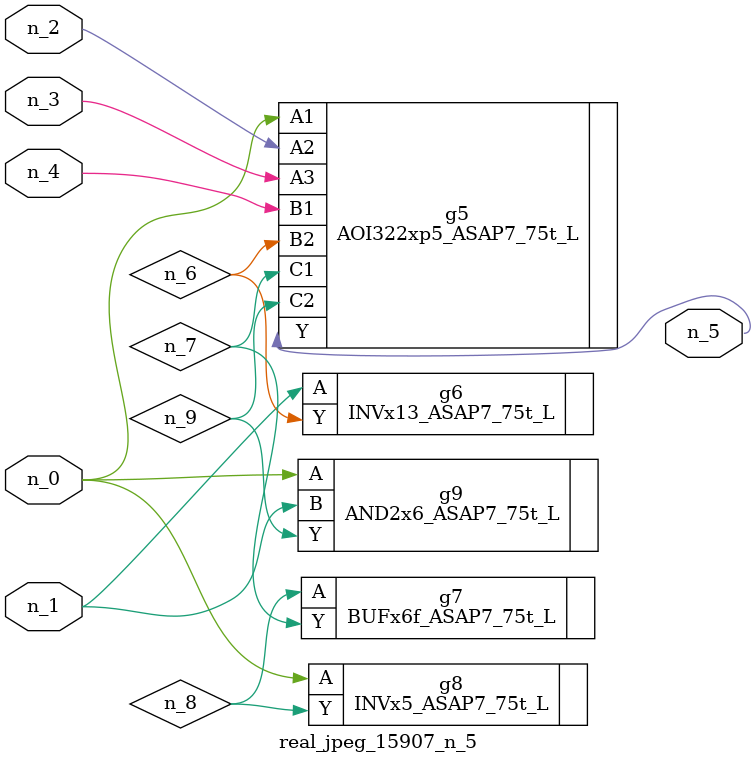
<source format=v>
module real_jpeg_15907_n_5 (n_4, n_0, n_1, n_2, n_3, n_5);

input n_4;
input n_0;
input n_1;
input n_2;
input n_3;

output n_5;

wire n_8;
wire n_6;
wire n_7;
wire n_9;

AOI322xp5_ASAP7_75t_L g5 ( 
.A1(n_0),
.A2(n_2),
.A3(n_3),
.B1(n_4),
.B2(n_6),
.C1(n_7),
.C2(n_9),
.Y(n_5)
);

INVx5_ASAP7_75t_L g8 ( 
.A(n_0),
.Y(n_8)
);

AND2x6_ASAP7_75t_L g9 ( 
.A(n_0),
.B(n_1),
.Y(n_9)
);

INVx13_ASAP7_75t_L g6 ( 
.A(n_1),
.Y(n_6)
);

BUFx6f_ASAP7_75t_L g7 ( 
.A(n_8),
.Y(n_7)
);


endmodule
</source>
